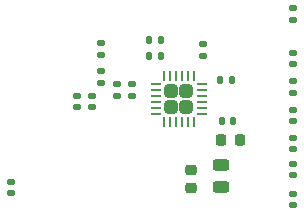
<source format=gbr>
G04 #@! TF.GenerationSoftware,KiCad,Pcbnew,6.0.4-6f826c9f35~116~ubuntu20.04.1*
G04 #@! TF.CreationDate,2022-05-16T14:00:24-07:00*
G04 #@! TF.ProjectId,ethernet-pmod,65746865-726e-4657-942d-706d6f642e6b,1.0*
G04 #@! TF.SameCoordinates,Original*
G04 #@! TF.FileFunction,Paste,Top*
G04 #@! TF.FilePolarity,Positive*
%FSLAX46Y46*%
G04 Gerber Fmt 4.6, Leading zero omitted, Abs format (unit mm)*
G04 Created by KiCad (PCBNEW 6.0.4-6f826c9f35~116~ubuntu20.04.1) date 2022-05-16 14:00:24*
%MOMM*%
%LPD*%
G01*
G04 APERTURE LIST*
G04 Aperture macros list*
%AMRoundRect*
0 Rectangle with rounded corners*
0 $1 Rounding radius*
0 $2 $3 $4 $5 $6 $7 $8 $9 X,Y pos of 4 corners*
0 Add a 4 corners polygon primitive as box body*
4,1,4,$2,$3,$4,$5,$6,$7,$8,$9,$2,$3,0*
0 Add four circle primitives for the rounded corners*
1,1,$1+$1,$2,$3*
1,1,$1+$1,$4,$5*
1,1,$1+$1,$6,$7*
1,1,$1+$1,$8,$9*
0 Add four rect primitives between the rounded corners*
20,1,$1+$1,$2,$3,$4,$5,0*
20,1,$1+$1,$4,$5,$6,$7,0*
20,1,$1+$1,$6,$7,$8,$9,0*
20,1,$1+$1,$8,$9,$2,$3,0*%
G04 Aperture macros list end*
%ADD10RoundRect,0.062500X-0.350000X0.062500X-0.350000X-0.062500X0.350000X-0.062500X0.350000X0.062500X0*%
%ADD11RoundRect,0.062500X-0.062500X0.350000X-0.062500X-0.350000X0.062500X-0.350000X0.062500X0.350000X0*%
%ADD12RoundRect,0.250000X-0.315000X0.315000X-0.315000X-0.315000X0.315000X-0.315000X0.315000X0.315000X0*%
%ADD13RoundRect,0.147500X-0.147500X-0.172500X0.147500X-0.172500X0.147500X0.172500X-0.147500X0.172500X0*%
%ADD14RoundRect,0.147500X-0.172500X0.147500X-0.172500X-0.147500X0.172500X-0.147500X0.172500X0.147500X0*%
%ADD15RoundRect,0.147500X0.172500X-0.147500X0.172500X0.147500X-0.172500X0.147500X-0.172500X-0.147500X0*%
%ADD16RoundRect,0.218750X0.218750X0.256250X-0.218750X0.256250X-0.218750X-0.256250X0.218750X-0.256250X0*%
%ADD17RoundRect,0.218750X-0.256250X0.218750X-0.256250X-0.218750X0.256250X-0.218750X0.256250X0.218750X0*%
%ADD18RoundRect,0.243750X0.456250X-0.243750X0.456250X0.243750X-0.456250X0.243750X-0.456250X-0.243750X0*%
%ADD19RoundRect,0.147500X0.147500X0.172500X-0.147500X0.172500X-0.147500X-0.172500X0.147500X-0.172500X0*%
G04 APERTURE END LIST*
D10*
X74537500Y-62350000D03*
X74537500Y-62850000D03*
X74537500Y-63350000D03*
X74537500Y-63850000D03*
X74537500Y-64350000D03*
X74537500Y-64850000D03*
D11*
X73850000Y-65537500D03*
X73350000Y-65537500D03*
X72850000Y-65537500D03*
X72350000Y-65537500D03*
X71850000Y-65537500D03*
X71350000Y-65537500D03*
D10*
X70662500Y-64850000D03*
X70662500Y-64350000D03*
X70662500Y-63850000D03*
X70662500Y-63350000D03*
X70662500Y-62850000D03*
X70662500Y-62350000D03*
D11*
X71350000Y-61662500D03*
X71850000Y-61662500D03*
X72350000Y-61662500D03*
X72850000Y-61662500D03*
X73350000Y-61662500D03*
X73850000Y-61662500D03*
D12*
X73250000Y-62950000D03*
X71950000Y-62950000D03*
X73250000Y-64250000D03*
X71950000Y-64250000D03*
D13*
X70115000Y-60000000D03*
X71085000Y-60000000D03*
D14*
X67360650Y-62364789D03*
X67360650Y-63334789D03*
X74676000Y-58974000D03*
X74676000Y-59944000D03*
D15*
X82296000Y-69111000D03*
X82296000Y-70081000D03*
D13*
X70115000Y-58600000D03*
X71085000Y-58600000D03*
D16*
X76200000Y-67056000D03*
X77775000Y-67056000D03*
D17*
X73660000Y-69596000D03*
X73660000Y-71171000D03*
D18*
X76200000Y-71041500D03*
X76200000Y-69166500D03*
D14*
X82296000Y-64515000D03*
X82296000Y-65485000D03*
X82296000Y-59715000D03*
X82296000Y-60685000D03*
D15*
X82296000Y-63085000D03*
X82296000Y-62115000D03*
D13*
X76115000Y-62000000D03*
X77085000Y-62000000D03*
D15*
X82296000Y-72621000D03*
X82296000Y-71651000D03*
X66039251Y-62216781D03*
X66039251Y-61246781D03*
D14*
X66048934Y-58906591D03*
X66048934Y-59876591D03*
X64000743Y-63327326D03*
X64000743Y-64297326D03*
X65262674Y-63327326D03*
X65262674Y-64297326D03*
X82296000Y-55926000D03*
X82296000Y-56896000D03*
D19*
X77216000Y-65509000D03*
X76246000Y-65509000D03*
D15*
X58400000Y-71570000D03*
X58400000Y-70600000D03*
X82296000Y-67885000D03*
X82296000Y-66915000D03*
D14*
X68627228Y-63337560D03*
X68627228Y-62367560D03*
M02*

</source>
